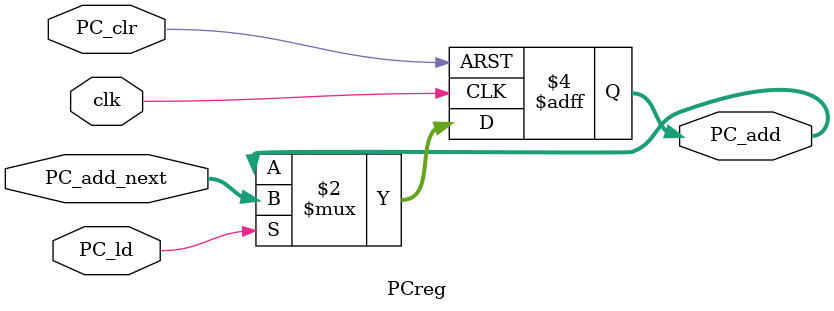
<source format=sv>
`timescale 1ns / 1ps



module PC( input logic clk,
           input logic PC_clr,
           input logic PC_ld,
           input logic PC_sel,
           input logic [2:0] j, 
           output logic [2:0] PC_out );

    logic [2:0] PC_add_next;
    logic [2:0] PC_add;
    
    PCSelector pcSel( PC_add, j, PC_sel, PC_add_next );
    
    PCreg pReg( clk, PC_clr, PC_ld, PC_add_next, PC_add );
    assign PC_out = PC_add;


endmodule

module PCSelector( input logic [2:0] PC_in,
                   input logic [2:0] j,
                   input logic PC_sel,
                   output logic [2:0] PC_out );
    logic [2:0] sum;
    logic [2:0] mod;
    
    //adder add1( PC_in, 3'b001, sum );
    //adder add2( PC_in, j, mod );
    
    assign sum = PC_in + 3'b001;
    assign mod = PC_in + j;
    
    assign PC_out = PC_sel ? mod : sum;

endmodule

module PCreg( input logic clk,
              input logic PC_clr,
              input logic PC_ld,
              input logic [2:0] PC_add_next,
              output logic [2:0] PC_add );
  
    always_ff@(posedge clk, posedge PC_clr)
        begin
            if( PC_clr )            PC_add <= 3'b000;
            else if( PC_ld )        PC_add <= PC_add_next;
        end
endmodule
</source>
